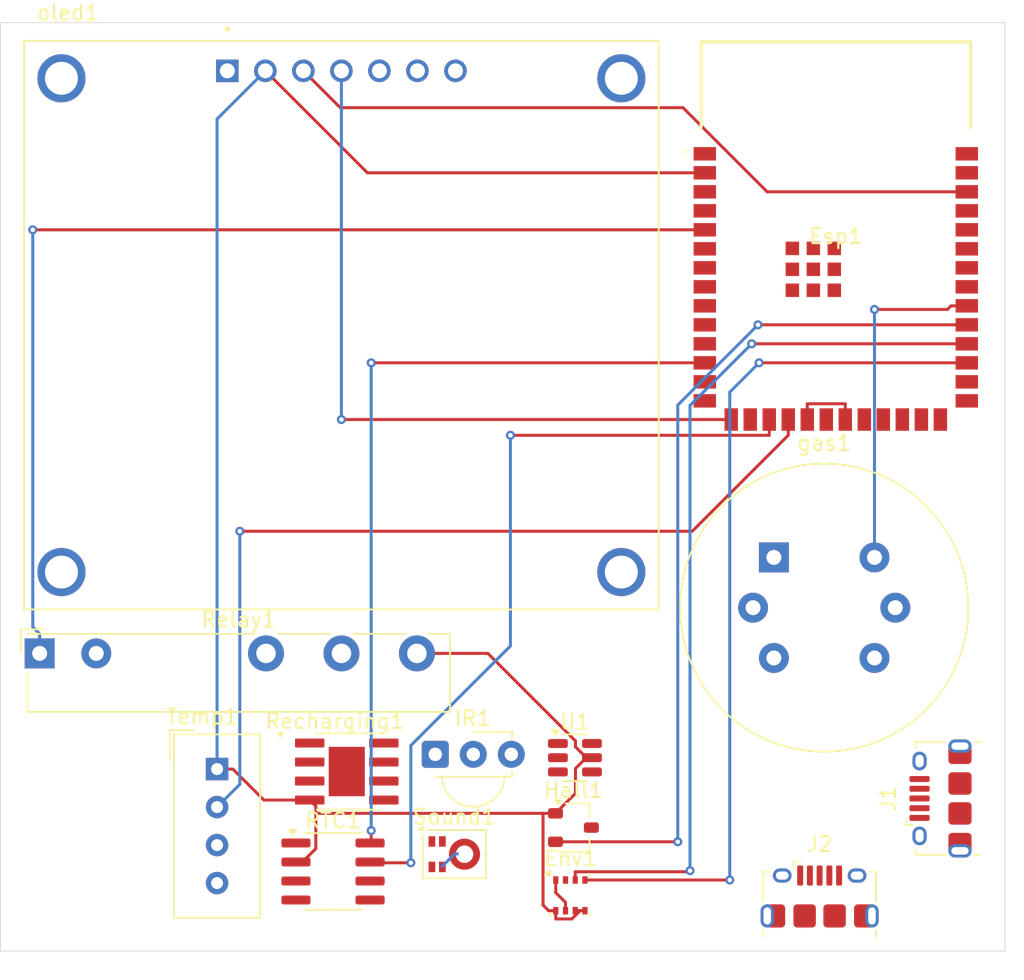
<source format=kicad_pcb>
(kicad_pcb (version 20240108) (generator "pcbnew") (generator_version "8.0")
  (layers (0 "F.Cu" signal) (31 "B.Cu" signal) (34 "B.Paste" user) (35 "F.Paste" user) (36 "B.SilkS" user "B.Silkscreen") (37 "F.SilkS" user "F.Silkscreen") (38 "B.Mask" user) (39 "F.Mask" user) (44 "Edge.Cuts" user))
  (net 0 "")
  (net 7 "/3V3")
  (net 12 "/IO34")
  (net 18 "/I038")
  (net 20 "/IO39")
  (net 23 "/IO10")
  (net 25 "/IO5")
  (net 26 "GND")
  (net 29 "/IO38")
  (net 30 "+3V8")
  (net 35 "/IO9")
  (net 39 "/IO8")
  (net 42 "/IO37")
  (net 43 "/IO36")
  (net 44 "unconnected-(Env1-GND-Pad1)")
  (net 55 "/IO11")
  (net 57 "/IO4")
  (net 64 "/IO42")
  (net 67 "/IO45")
  (net 68 "/IO2")
  (net 82 "/IO3")
  (footprint "Relay_THT:Relay_SPDT_Fujitsu_FTR-LYCA005x_FormC_Vertical" (layer "F.Cu") (at 109.825 125.255)
    (property "Reference" "Relay1" (at 13.3 -2.25 0) (layer "F.SilkS"))
    (property "Value" "Fujitsu_FTR-LYCA005x")
    (fp_line (start -1.26 -1.61) (end 0.24 -1.61) (stroke (width 0.12)) (layer "F.SilkS"))
    (fp_line (start -1.26 -0.11) (end -1.26 -1.61) (stroke (width 0.12)) (layer "F.SilkS"))
    (fp_line (start -0.81 3.91) (end -0.81 1.3) (stroke (width 0.12)) (layer "F.SilkS"))
    (fp_line (start -0.81 3.91) (end 27.41 3.91) (stroke (width 0.12)) (layer "F.SilkS"))
    (fp_line (start 14.35 -1.31) (end -0.81 -1.31) (stroke (width 0.12)) (layer "F.SilkS"))
    (fp_line (start 15.87 -1.31) (end 19.4 -1.31) (stroke (width 0.12)) (layer "F.SilkS"))
    (fp_line (start 20.94 -1.31) (end 24.42 -1.31) (stroke (width 0.12)) (layer "F.SilkS"))
    (fp_line (start 26 -1.31) (end 27.41 -1.31) (stroke (width 0.12)) (layer "F.SilkS"))
    (fp_line (start 27.41 3.91) (end 27.41 -1.31) (stroke (width 0.12)) (layer "F.SilkS"))
    (pad "11" thru_hole circle (at 20.16 0) (size 2.4 2.4) (drill 1.3) (layers "*.Cu" "*.Mask"))
    (pad "12" thru_hole circle (at 15.12 0) (size 2.4 2.4) (drill 1.3) (layers "*.Cu" "*.Mask"))
    (pad "14" thru_hole circle (at 25.2 0) (size 2.4 2.4) (drill 1.3) (layers "*.Cu" "*.Mask") (net 7 "/3V3"))
    (pad "A1" thru_hole rect (at 0 0) (size 2 2) (drill 1) (layers "*.Cu" "*.Mask") (net 25 "/IO5"))
    (pad "A2" thru_hole circle (at 3.78 0) (size 2 2) (drill 1) (layers "*.Cu" "*.Mask") (net 26 "GND"))
  )
  (footprint "ESP32-S3-WROOM-1-N16R8:ESP32S3WROOM1N8R2" (layer "F.Cu") (at 163.005 97.125)
    (property "Reference" "Esp1" (at 0 0.25 0) (layer "F.SilkS"))
    (property "Value" "ESP32-S3-WROOM-1-N16R8")
    (property "VALUE" "ESP32-S3-WROOM-1-N16R8" (hide yes))
    (fp_line (start -10.1 -5.4) (end -10.1 -5.4) (stroke (width 0.1)) (layer "F.SilkS"))
    (fp_line (start -10 -5.4) (end -10 -5.4) (stroke (width 0.1)) (layer "F.SilkS"))
    (fp_line (start -9 -12.75) (end 9 -12.75) (stroke (width 0.2)) (layer "F.SilkS"))
    (fp_line (start -9 -7) (end -9 -12.75) (stroke (width 0.2)) (layer "F.SilkS"))
    (fp_line (start 9 -12.75) (end 9 -7) (stroke (width 0.2)) (layer "F.SilkS"))
    (fp_arc (start -10.1 -5.4) (mid -10.05 -5.45) (end -10 -5.4) (stroke (width 0.1)) (layer "F.SilkS"))
    (fp_arc (start -10 -5.4) (mid -10.05 -5.35) (end -10.1 -5.4) (stroke (width 0.1)) (layer "F.SilkS"))
    (pad "1" smd rect (at -8.75 -5.26) (size 1.5 0.9) (layers "F.Cu" "F.Paste" "F.Mask"))
    (pad "2" smd rect (at -8.75 -3.99) (size 1.5 0.9) (layers "F.Cu" "F.Paste" "F.Mask") (net 7 "/3V3"))
    (pad "3" smd rect (at -8.75 -2.72) (size 1.5 0.9) (layers "F.Cu" "F.Paste" "F.Mask"))
    (pad "4" smd rect (at -8.75 -1.45) (size 1.5 0.9) (layers "F.Cu" "F.Paste" "F.Mask") (net 57 "/IO4"))
    (pad "5" smd rect (at -8.75 -0.18) (size 1.5 0.9) (layers "F.Cu" "F.Paste" "F.Mask") (net 25 "/IO5"))
    (pad "6" smd rect (at -8.75 1.09) (size 1.5 0.9) (layers "F.Cu" "F.Paste" "F.Mask"))
    (pad "7" smd rect (at -8.75 2.36) (size 1.5 0.9) (layers "F.Cu" "F.Paste" "F.Mask"))
    (pad "8" smd rect (at -8.75 3.63) (size 1.5 0.9) (layers "F.Cu" "F.Paste" "F.Mask"))
    (pad "9" smd rect (at -8.75 4.9) (size 1.5 0.9) (layers "F.Cu" "F.Paste" "F.Mask"))
    (pad "10" smd rect (at -8.75 6.17) (size 1.5 0.9) (layers "F.Cu" "F.Paste" "F.Mask"))
    (pad "11" smd rect (at -8.75 7.44) (size 1.5 0.9) (layers "F.Cu" "F.Paste" "F.Mask"))
    (pad "12" smd rect (at -8.75 8.71) (size 1.5 0.9) (layers "F.Cu" "F.Paste" "F.Mask") (net 39 "/IO8"))
    (pad "13" smd rect (at -8.75 9.98) (size 1.5 0.9) (layers "F.Cu" "F.Paste" "F.Mask"))
    (pad "14" smd rect (at -8.75 11.25) (size 1.5 0.9) (layers "F.Cu" "F.Paste" "F.Mask"))
    (pad "15" smd rect (at -6.985 12.5) (size 0.9 1.5) (layers "F.Cu" "F.Paste" "F.Mask") (net 82 "/IO3"))
    (pad "16" smd rect (at -5.715 12.5) (size 0.9 1.5) (layers "F.Cu" "F.Paste" "F.Mask"))
    (pad "17" smd rect (at -4.445 12.5) (size 0.9 1.5) (layers "F.Cu" "F.Paste" "F.Mask") (net 35 "/IO9"))
    (pad "18" smd rect (at -3.175 12.5) (size 0.9 1.5) (layers "F.Cu" "F.Paste" "F.Mask") (net 23 "/IO10"))
    (pad "19" smd rect (at -1.905 12.5) (size 0.9 1.5) (layers "F.Cu" "F.Paste" "F.Mask") (net 55 "/IO11"))
    (pad "20" smd rect (at -0.635 12.5) (size 0.9 1.5) (layers "F.Cu" "F.Paste" "F.Mask"))
    (pad "21" smd rect (at 0.635 12.5) (size 0.9 1.5) (layers "F.Cu" "F.Paste" "F.Mask") (net 55 "/IO11"))
    (pad "22" smd rect (at 1.905 12.5) (size 0.9 1.5) (layers "F.Cu" "F.Paste" "F.Mask"))
    (pad "23" smd rect (at 3.175 12.5) (size 0.9 1.5) (layers "F.Cu" "F.Paste" "F.Mask"))
    (pad "24" smd rect (at 4.445 12.5) (size 0.9 1.5) (layers "F.Cu" "F.Paste" "F.Mask"))
    (pad "25" smd rect (at 5.715 12.5) (size 0.9 1.5) (layers "F.Cu" "F.Paste" "F.Mask"))
    (pad "26" smd rect (at 6.985 12.5) (size 0.9 1.5) (layers "F.Cu" "F.Paste" "F.Mask") (net 67 "/IO45"))
    (pad "27" smd rect (at 8.75 11.25) (size 1.5 0.9) (layers "F.Cu" "F.Paste" "F.Mask"))
    (pad "28" smd rect (at 8.75 9.98) (size 1.5 0.9) (layers "F.Cu" "F.Paste" "F.Mask"))
    (pad "29" smd rect (at 8.75 8.71) (size 1.5 0.9) (layers "F.Cu" "F.Paste" "F.Mask") (net 43 "/IO36"))
    (pad "30" smd rect (at 8.75 7.44) (size 1.5 0.9) (layers "F.Cu" "F.Paste" "F.Mask") (net 42 "/IO37"))
    (pad "31" smd rect (at 8.75 6.17) (size 1.5 0.9) (layers "F.Cu" "F.Paste" "F.Mask") (net 29 "/IO38"))
    (pad "32" smd rect (at 8.75 4.9) (size 1.5 0.9) (layers "F.Cu" "F.Paste" "F.Mask") (net 20 "/IO39"))
    (pad "33" smd rect (at 8.75 3.63) (size 1.5 0.9) (layers "F.Cu" "F.Paste" "F.Mask"))
    (pad "34" smd rect (at 8.75 2.36) (size 1.5 0.9) (layers "F.Cu" "F.Paste" "F.Mask"))
    (pad "35" smd rect (at 8.75 1.09) (size 1.5 0.9) (layers "F.Cu" "F.Paste" "F.Mask") (net 64 "/IO42"))
    (pad "36" smd rect (at 8.75 -0.18) (size 1.5 0.9) (layers "F.Cu" "F.Paste" "F.Mask"))
    (pad "37" smd rect (at 8.75 -1.45) (size 1.5 0.9) (layers "F.Cu" "F.Paste" "F.Mask"))
    (pad "38" smd rect (at 8.75 -2.72) (size 1.5 0.9) (layers "F.Cu" "F.Paste" "F.Mask") (net 68 "/IO2"))
    (pad "39" smd rect (at 8.75 -3.99) (size 1.5 0.9) (layers "F.Cu" "F.Paste" "F.Mask"))
    (pad "40" smd rect (at 8.75 -5.26) (size 1.5 0.9) (layers "F.Cu" "F.Paste" "F.Mask"))
    (pad "41" smd rect (at -1.5 2.46) (size 0.9 0.9) (layers "F.Cu" "F.Paste" "F.Mask"))
    (pad "42" smd rect (at -1.5 1.06) (size 0.9 0.9) (layers "F.Cu" "F.Paste" "F.Mask"))
    (pad "43" smd rect (at -2.9 1.06) (size 0.9 0.9) (layers "F.Cu" "F.Paste" "F.Mask"))
    (pad "44" smd rect (at -2.9 2.46) (size 0.9 0.9) (layers "F.Cu" "F.Paste" "F.Mask"))
    (pad "45" smd rect (at -2.9 3.86) (size 0.9 0.9) (layers "F.Cu" "F.Paste" "F.Mask"))
    (pad "46" smd rect (at -1.5 3.86) (size 0.9 0.9) (layers "F.Cu" "F.Paste" "F.Mask"))
    (pad "47" smd rect (at -0.1 3.86) (size 0.9 0.9) (layers "F.Cu" "F.Paste" "F.Mask"))
    (pad "48" smd rect (at -0.1 2.46) (size 0.9 0.9) (layers "F.Cu" "F.Paste" "F.Mask"))
    (pad "49" smd rect (at -0.1 1.06) (size 0.9 0.9) (layers "F.Cu" "F.Paste" "F.Mask"))
  )
  (footprint "Package_LGA:Bosch_LGA-8_2.5x2.5mm_P0.65mm_ClockwisePinNumbering" (layer "F.Cu") (at 145.275 141.425)
    (property "Reference" "Env1" (at 0.015 -2.465 0) (layer "F.SilkS"))
    (property "Value" "BME280")
    (fp_line (start -1.35 1.35) (end -1.35 1.2) (stroke (width 0.1)) (layer "F.SilkS"))
    (fp_line (start -1.35 1.36) (end -1.2 1.36) (stroke (width 0.1)) (layer "F.SilkS"))
    (fp_line (start 1.2 -1.35) (end 1.35 -1.35) (stroke (width 0.1)) (layer "F.SilkS"))
    (fp_line (start 1.35 -1.35) (end 1.35 -1.2) (stroke (width 0.1)) (layer "F.SilkS"))
    (fp_line (start 1.35 1.35) (end 1.2 1.35) (stroke (width 0.1)) (layer "F.SilkS"))
    (fp_line (start 1.35 1.35) (end 1.35 1.2) (stroke (width 0.1)) (layer "F.SilkS"))
    (fp_poly (pts (xy -1.35 -1.35) (xy -1.71 -1.35) (xy -1.35 -1.71) (xy -1.35 -1.35)) (stroke (width 0.12)) (fill solid) (layer "F.SilkS"))
    (pad "1" smd rect (at -0.975 -1.025 90) (size 0.5 0.35) (layers "F.Cu" "F.Paste" "F.Mask") (net 44 "unconnected-(Env1-GND-Pad1)"))
    (pad "2" smd rect (at -0.325 -1.025 90) (size 0.5 0.35) (layers "F.Cu" "F.Paste" "F.Mask"))
    (pad "3" smd rect (at 0.325 -1.025 90) (size 0.5 0.35) (layers "F.Cu" "F.Paste" "F.Mask") (net 42 "/IO37"))
    (pad "4" smd rect (at 0.975 -1.025 90) (size 0.5 0.35) (layers "F.Cu" "F.Paste" "F.Mask") (net 43 "/IO36"))
    (pad "5" smd rect (at 0.975 1.025 90) (size 0.5 0.35) (layers "F.Cu" "F.Paste" "F.Mask") (net 7 "/3V3"))
    (pad "6" smd rect (at 0.325 1.025 90) (size 0.5 0.35) (layers "F.Cu" "F.Paste" "F.Mask") (net 7 "/3V3"))
    (pad "7" smd rect (at -0.325 1.025 90) (size 0.5 0.35) (layers "F.Cu" "F.Paste" "F.Mask") (net 44 "unconnected-(Env1-GND-Pad1)"))
    (pad "8" smd rect (at -0.975 1.025 90) (size 0.5 0.35) (layers "F.Cu" "F.Paste" "F.Mask") (net 7 "/3V3"))
  )
  (footprint "Sensor_Audio:Infineon_PG-LLGA-5-1" (layer "F.Cu") (at 137.525 138.675)
    (property "Reference" "Sound1" (at 0 -2.5 0) (layer "F.SilkS"))
    (property "Value" "IM69D130")
    (fp_line (start -2.11 1.61) (end -2.11 -1.31) (stroke (width 0.12)) (layer "F.SilkS"))
    (fp_line (start -1.81 -1.61) (end 2.11 -1.61) (stroke (width 0.12)) (layer "F.SilkS"))
    (fp_line (start 2.11 -1.61) (end 2.11 1.61) (stroke (width 0.12)) (layer "F.SilkS"))
    (fp_line (start 2.11 1.61) (end -2.11 1.61) (stroke (width 0.12)) (layer "F.SilkS"))
    (fp_poly (pts (xy -2.11 -1.61) (xy -2.39 -1.61) (xy -2.11 -1.89) (xy -2.11 -1.61)) (stroke (width 0.12)) (fill solid) (layer "F.SilkS"))
    (pad "" np_thru_hole circle (at 0.68 0) (size 0.8 0.8) (drill 0.8) (layers "*.Cu" "*.Mask"))
    (pad "1" smd rect (at -1.5 -0.85) (size 0.45 0.7) (layers "F.Cu" "F.Mask") (net 12 "/IO34"))
    (pad "2" smd rect (at -0.8 -0.85) (size 0.45 0.7) (layers "F.Cu" "F.Mask"))
    (pad "3" smd rect (at -1.5 0.85) (size 0.45 0.7) (layers "F.Cu" "F.Mask"))
    (pad "4" smd rect (at -0.8 0.85) (size 0.45 0.7) (layers "F.Cu" "F.Mask"))
    (pad "5" smd custom (at 0.68 -0.81) (size 0.4 0.4) (layers "F.Cu" "F.Mask") (options (clearance outline) (anchor circle)) (primitives (gr_circle (center 0 0.81) (end 0.81 0.81) (width 0.46) (fill no))))
  )
  (footprint "Package_TO_SOT_SMD:SOT-23W" (layer "F.Cu") (at 145.48 136.895)
    (property "Reference" "Hall1" (at 0 -2.5 0) (layer "F.SilkS"))
    (property "Value" "A1301KLHLT-T")
    (fp_line (start -1.075 1.61) (end 1.075 1.61) (stroke (width 0.12)) (layer "F.SilkS"))
    (fp_line (start -0.525 -1.61) (end 1.075 -1.61) (stroke (width 0.12)) (layer "F.SilkS"))
    (fp_line (start 1.075 -1.61) (end 1.075 -0.7) (stroke (width 0.12)) (layer "F.SilkS"))
    (fp_line (start 1.075 0.7) (end 1.075 1.61) (stroke (width 0.12)) (layer "F.SilkS"))
    (fp_poly (pts (xy -1.025 -1.56) (xy -1.265 -1.89) (xy -0.785 -1.89) (xy -1.025 -1.56)) (stroke (width 0.12)) (fill solid) (layer "F.SilkS"))
    (pad "1" smd roundrect (at -1.2 -0.95) (size 1 0.7) (layers "F.Cu" "F.Paste" "F.Mask") (net 7 "/3V3"))
    (pad "2" smd roundrect (at -1.2 0.95) (size 1 0.7) (layers "F.Cu" "F.Paste" "F.Mask") (net 29 "/IO38"))
    (pad "3" smd roundrect (at 1.2 0) (size 1 0.7) (layers "F.Cu" "F.Paste" "F.Mask"))
  )
  (footprint "AOM12864A0-1.54WW-ANO:LCD_AOM12864A0-1.54WW-ANO" (layer "F.Cu") (at 129.98 103.319)
    (property "Reference" "oled1" (at -18.275 -20.885 0) (layer "F.SilkS"))
    (property "Value" "AOM12864A0-1.54WW-ANO")
    (fp_line (start -21.2 -19) (end 21.2 -19) (stroke (width 0.127)) (layer "F.SilkS"))
    (fp_line (start -21.2 19) (end -21.2 -19) (stroke (width 0.127)) (layer "F.SilkS"))
    (fp_line (start 21.2 -19) (end 21.2 19) (stroke (width 0.127)) (layer "F.SilkS"))
    (fp_line (start 21.2 19) (end -21.2 19) (stroke (width 0.127)) (layer "F.SilkS"))
    (fp_circle (center -7.62 -19.794) (end -7.52 -19.794) (stroke (width 0.2)) (fill none) (layer "F.SilkS"))
    (pad "1" thru_hole rect (at -7.62 -17) (size 1.508 1.508) (drill 1) (layers "*.Cu" "*.Mask"))
    (pad "2" thru_hole circle (at -5.08 -17) (size 1.508 1.508) (drill 1) (layers "*.Cu" "*.Mask") (net 7 "/3V3"))
    (pad "3" thru_hole circle (at -2.54 -17) (size 1.508 1.508) (drill 1) (layers "*.Cu" "*.Mask") (net 68 "/IO2"))
    (pad "4" thru_hole circle (at 0 -17) (size 1.508 1.508) (drill 1) (layers "*.Cu" "*.Mask") (net 82 "/IO3"))
    (pad "5" thru_hole circle (at 2.54 -17) (size 1.508 1.508) (drill 1) (layers "*.Cu" "*.Mask"))
    (pad "6" thru_hole circle (at 5.08 -17) (size 1.508 1.508) (drill 1) (layers "*.Cu" "*.Mask"))
    (pad "7" thru_hole circle (at 7.62 -17) (size 1.508 1.508) (drill 1) (layers "*.Cu" "*.Mask"))
    (pad "P1" thru_hole circle (at -18.7 -16.5) (size 3.216 3.216) (drill 2.2) (layers "*.Cu" "*.Mask"))
    (pad "P2" thru_hole circle (at 18.7 -16.5) (size 3.216 3.216) (drill 2.2) (layers "*.Cu" "*.Mask"))
    (pad "P3" thru_hole circle (at -18.7 16.5) (size 3.216 3.216) (drill 2.2) (layers "*.Cu" "*.Mask"))
    (pad "P4" thru_hole circle (at 18.7 16.5) (size 3.216 3.216) (drill 2.2) (layers "*.Cu" "*.Mask"))
  )
  (footprint "Package_TO_SOT_SMD:SOT-23-6" (layer "F.Cu") (at 145.58 132.225)
    (property "Reference" "U1" (at 0 -2.4 0) (layer "F.SilkS"))
    (property "Value" "TLV61070ADBV")
    (fp_line (start 0 -1.56) (end -0.8 -1.56) (stroke (width 0.12)) (layer "F.SilkS"))
    (fp_line (start 0 -1.56) (end 0.8 -1.56) (stroke (width 0.12)) (layer "F.SilkS"))
    (fp_line (start 0 1.56) (end -0.8 1.56) (stroke (width 0.12)) (layer "F.SilkS"))
    (fp_line (start 0 1.56) (end 0.8 1.56) (stroke (width 0.12)) (layer "F.SilkS"))
    (fp_poly (pts (xy -1.3 -1.51) (xy -1.54 -1.84) (xy -1.06 -1.84) (xy -1.3 -1.51)) (stroke (width 0.12)) (fill solid) (layer "F.SilkS"))
    (pad "1" smd roundrect (at -1.1375 -0.95) (size 1.325 0.6) (layers "F.Cu" "F.Paste" "F.Mask"))
    (pad "2" smd roundrect (at -1.1375 0) (size 1.325 0.6) (layers "F.Cu" "F.Paste" "F.Mask"))
    (pad "3" smd roundrect (at -1.1375 0.95) (size 1.325 0.6) (layers "F.Cu" "F.Paste" "F.Mask"))
    (pad "4" smd roundrect (at 1.1375 0.95) (size 1.325 0.6) (layers "F.Cu" "F.Paste" "F.Mask"))
    (pad "5" smd roundrect (at 1.1375 0) (size 1.325 0.6) (layers "F.Cu" "F.Paste" "F.Mask") (net 7 "/3V3"))
    (pad "6" smd roundrect (at 1.1375 -0.95) (size 1.325 0.6) (layers "F.Cu" "F.Paste" "F.Mask") (net 30 "+3V8"))
  )
  (footprint "Package_SO:SOIC-8_3.9x4.9mm_P1.27mm" (layer "F.Cu") (at 129.42 139.83)
    (property "Reference" "RTC1" (at 0 -3.4 0) (layer "F.SilkS"))
    (property "Value" "DS3231MZ")
    (fp_line (start 0 -2.56) (end -1.95 -2.56) (stroke (width 0.12)) (layer "F.SilkS"))
    (fp_line (start 0 -2.56) (end 1.95 -2.56) (stroke (width 0.12)) (layer "F.SilkS"))
    (fp_line (start 0 2.56) (end -1.95 2.56) (stroke (width 0.12)) (layer "F.SilkS"))
    (fp_line (start 0 2.56) (end 1.95 2.56) (stroke (width 0.12)) (layer "F.SilkS"))
    (fp_poly (pts (xy -2.7 -2.465) (xy -2.94 -2.795) (xy -2.46 -2.795) (xy -2.7 -2.465)) (stroke (width 0.12)) (fill solid) (layer "F.SilkS"))
    (pad "1" smd roundrect (at -2.475 -1.905) (size 1.95 0.6) (layers "F.Cu" "F.Paste" "F.Mask"))
    (pad "2" smd roundrect (at -2.475 -0.635) (size 1.95 0.6) (layers "F.Cu" "F.Paste" "F.Mask") (net 7 "/3V3"))
    (pad "3" smd roundrect (at -2.475 0.635) (size 1.95 0.6) (layers "F.Cu" "F.Paste" "F.Mask"))
    (pad "4" smd roundrect (at -2.475 1.905) (size 1.95 0.6) (layers "F.Cu" "F.Paste" "F.Mask"))
    (pad "5" smd roundrect (at 2.475 1.905) (size 1.95 0.6) (layers "F.Cu" "F.Paste" "F.Mask"))
    (pad "6" smd roundrect (at 2.475 0.635) (size 1.95 0.6) (layers "F.Cu" "F.Paste" "F.Mask"))
    (pad "7" smd roundrect (at 2.475 -0.635) (size 1.95 0.6) (layers "F.Cu" "F.Paste" "F.Mask") (net 35 "/IO9"))
    (pad "8" smd roundrect (at 2.475 -1.905) (size 1.95 0.6) (layers "F.Cu" "F.Paste" "F.Mask") (net 39 "/IO8"))
  )
  (footprint "Connector_USB:USB_Micro-B_Amphenol_10118194_Horizontal" (layer "F.Cu") (at 170 134.95 90)
    (property "Reference" "J1" (at 0 -3.5 90) (layer "F.SilkS"))
    (property "Value" "USB_B_Micro")
    (fp_line (start -1.31 -2.34) (end -1.76 -2.34) (stroke (width 0.12)) (layer "F.SilkS"))
    (fp_line (start -1.76 -1.89) (end -1.76 -2.34) (stroke (width 0.12)) (layer "F.SilkS"))
    (fp_line (start 3.76 -1.66) (end 3.34 -1.66) (stroke (width 0.12)) (layer "F.SilkS"))
    (fp_line (start -3.76 -1.66) (end -3.34 -1.66) (stroke (width 0.12)) (layer "F.SilkS"))
    (fp_line (start 3.76 0.32) (end 3.76 -1.66) (stroke (width 0.12)) (layer "F.SilkS"))
    (fp_line (start -3.76 0.32) (end -3.76 -1.66) (stroke (width 0.12)) (layer "F.SilkS"))
    (fp_line (start 3.76 2.29) (end 3.76 2.69) (stroke (width 0.12)) (layer "F.SilkS"))
    (fp_line (start -3.76 2.69) (end -3.76 2.29) (stroke (width 0.12)) (layer "F.SilkS"))
    (pad "1" smd roundrect (at -1.3 -1.4 90) (size 0.4 1.35) (layers "F.Cu" "F.Paste" "F.Mask"))
    (pad "2" smd roundrect (at -0.65 -1.4 90) (size 0.4 1.35) (layers "F.Cu" "F.Paste" "F.Mask"))
    (pad "3" smd roundrect (at 0 -1.4 90) (size 0.4 1.35) (layers "F.Cu" "F.Paste" "F.Mask"))
    (pad "4" smd roundrect (at 0.65 -1.4 90) (size 0.4 1.35) (layers "F.Cu" "F.Paste" "F.Mask"))
    (pad "5" smd roundrect (at 1.3 -1.4 90) (size 0.4 1.35) (layers "F.Cu" "F.Paste" "F.Mask"))
    (pad "6" thru_hole oval (at -3.5 1.3 90) (size 0.89 1.55) (drill oval 0.5 1.15) (layers "*.Cu" "*.Mask"))
    (pad "6" smd roundrect (at -3.025 1.3 90) (size 1.45 1.55) (layers "F.Cu" "F.Paste" "F.Mask") (roundrect_rratio 0.1724137931))
    (pad "6" thru_hole oval (at -2.5 -1.4 90) (size 1.25 0.95) (drill oval 0.85 0.55) (layers "*.Cu" "*.Mask"))
    (pad "6" smd roundrect (at -1 1.3 90) (size 1.5 1.55) (layers "F.Cu" "F.Paste" "F.Mask") (roundrect_rratio 0.1666666667))
    (pad "6" smd roundrect (at 1 1.3 90) (size 1.5 1.55) (layers "F.Cu" "F.Paste" "F.Mask") (roundrect_rratio 0.1666666667))
    (pad "6" thru_hole oval (at 2.5 -1.4 90) (size 1.25 0.95) (drill oval 0.85 0.55) (layers "*.Cu" "*.Mask"))
    (pad "6" smd roundrect (at 3.025 1.3 90) (size 1.45 1.55) (layers "F.Cu" "F.Paste" "F.Mask") (roundrect_rratio 0.1724137931))
    (pad "6" thru_hole oval (at 3.5 1.3 90) (size 0.89 1.55) (drill oval 0.5 1.15) (layers "*.Cu" "*.Mask"))
  )
  (footprint "Sensor:MQ-6" (layer "F.Cu") (at 158.87 118.84)
    (property "Reference" "gas1" (at 3.36 -7.64 0) (layer "F.SilkS"))
    (property "Value" "MQ-6")
    (fp_circle (center 3.36 3.36) (end 12.985 3.36) (stroke (width 0.12)) (fill none) (layer "F.SilkS"))
    (pad "1" thru_hole rect (at 0 0) (size 2 2) (drill 1) (layers "*.Cu" "*.Mask"))
    (pad "2" thru_hole circle (at -1.39 3.36) (size 2 2) (drill 1) (layers "*.Cu" "*.Mask"))
    (pad "3" thru_hole circle (at 0 6.72 90) (size 2 2) (drill 1) (layers "*.Cu" "*.Mask"))
    (pad "4" thru_hole circle (at 6.72 6.72 180) (size 2 2) (drill 1) (layers "*.Cu" "*.Mask") (net 18 "/I038"))
    (pad "5" thru_hole circle (at 8.11 3.36) (size 2 2) (drill 1) (layers "*.Cu" "*.Mask"))
    (pad "6" thru_hole circle (at 6.72 0 270) (size 2 2) (drill 1) (layers "*.Cu" "*.Mask") (net 20 "/IO39"))
  )
  (footprint "TP4056:SOP127P600X175-9N" (layer "F.Cu") (at 130.34 133.15)
    (property "Reference" "Recharging1" (at -0.795 -3.362 0) (layer "F.SilkS"))
    (property "Value" "TP4056")
    (fp_line (start -2 -2.55) (end 2 -2.55) (stroke (width 0.127)) (layer "F.SilkS"))
    (fp_line (start -2 2.55) (end 2 2.55) (stroke (width 0.127)) (layer "F.SilkS"))
    (fp_circle (center -4.445 -2.505) (end -4.345 -2.505) (stroke (width 0.2)) (fill none) (layer "F.SilkS"))
    (pad "1" smd roundrect (at -2.475 -1.905) (size 1.97 0.6) (layers "F.Cu" "F.Paste" "F.Mask") (roundrect_rratio 0.125))
    (pad "2" smd roundrect (at -2.475 -0.635) (size 1.97 0.6) (layers "F.Cu" "F.Paste" "F.Mask") (roundrect_rratio 0.125))
    (pad "3" smd roundrect (at -2.475 0.635) (size 1.97 0.6) (layers "F.Cu" "F.Paste" "F.Mask") (roundrect_rratio 0.125))
    (pad "4" smd roundrect (at -2.475 1.905) (size 1.97 0.6) (layers "F.Cu" "F.Paste" "F.Mask") (roundrect_rratio 0.125) (net 7 "/3V3"))
    (pad "5" smd roundrect (at 2.475 1.905) (size 1.97 0.6) (layers "F.Cu" "F.Paste" "F.Mask") (roundrect_rratio 0.125))
    (pad "6" smd roundrect (at 2.475 0.635) (size 1.97 0.6) (layers "F.Cu" "F.Paste" "F.Mask") (roundrect_rratio 0.125))
    (pad "7" smd roundrect (at 2.475 -0.635) (size 1.97 0.6) (layers "F.Cu" "F.Paste" "F.Mask") (roundrect_rratio 0.125))
    (pad "8" smd roundrect (at 2.475 -1.905) (size 1.97 0.6) (layers "F.Cu" "F.Paste" "F.Mask") (roundrect_rratio 0.125))
    (pad "9" smd rect (at 0 0) (size 2.413 3.302) (layers "F.Cu" "F.Mask"))
  )
  (footprint "Connector_USB:USB_Micro-B_Amphenol_10118194_Horizontal" (layer "F.Cu") (at 161.925 141.5)
    (property "Reference" "J2" (at 0 -3.5 0) (layer "F.SilkS"))
    (property "Value" "USB_B_Micro")
    (fp_line (start -3.76 -1.66) (end -3.34 -1.66) (stroke (width 0.12)) (layer "F.SilkS"))
    (fp_line (start -3.76 0.32) (end -3.76 -1.66) (stroke (width 0.12)) (layer "F.SilkS"))
    (fp_line (start -3.76 2.69) (end -3.76 2.29) (stroke (width 0.12)) (layer "F.SilkS"))
    (fp_line (start -1.76 -1.89) (end -1.76 -2.34) (stroke (width 0.12)) (layer "F.SilkS"))
    (fp_line (start -1.31 -2.34) (end -1.76 -2.34) (stroke (width 0.12)) (layer "F.SilkS"))
    (fp_line (start 3.76 -1.66) (end 3.34 -1.66) (stroke (width 0.12)) (layer "F.SilkS"))
    (fp_line (start 3.76 0.32) (end 3.76 -1.66) (stroke (width 0.12)) (layer "F.SilkS"))
    (fp_line (start 3.76 2.29) (end 3.76 2.69) (stroke (width 0.12)) (layer "F.SilkS"))
    (pad "1" smd roundrect (at -1.3 -1.4) (size 0.4 1.35) (layers "F.Cu" "F.Paste" "F.Mask"))
    (pad "2" smd roundrect (at -0.65 -1.4) (size 0.4 1.35) (layers "F.Cu" "F.Paste" "F.Mask"))
    (pad "3" smd roundrect (at 0 -1.4) (size 0.4 1.35) (layers "F.Cu" "F.Paste" "F.Mask"))
    (pad "4" smd roundrect (at 0.65 -1.4) (size 0.4 1.35) (layers "F.Cu" "F.Paste" "F.Mask"))
    (pad "5" smd roundrect (at 1.3 -1.4) (size 0.4 1.35) (layers "F.Cu" "F.Paste" "F.Mask"))
    (pad "6" thru_hole oval (at -3.5 1.3) (size 0.89 1.55) (drill oval 0.5 1.15) (layers "*.Cu" "*.Mask"))
    (pad "6" smd roundrect (at -3.025 1.3) (size 1.45 1.55) (layers "F.Cu" "F.Paste" "F.Mask") (roundrect_rratio 0.1724137931))
    (pad "6" thru_hole oval (at -2.5 -1.4) (size 1.25 0.95) (drill oval 0.85 0.55) (layers "*.Cu" "*.Mask"))
    (pad "6" smd roundrect (at -1 1.3) (size 1.5 1.55) (layers "F.Cu" "F.Paste" "F.Mask") (roundrect_rratio 0.1666666667))
    (pad "6" smd roundrect (at 1 1.3) (size 1.5 1.55) (layers "F.Cu" "F.Paste" "F.Mask") (roundrect_rratio 0.1666666667))
    (pad "6" thru_hole oval (at 2.5 -1.4) (size 1.25 0.95) (drill oval 0.85 0.55) (layers "*.Cu" "*.Mask"))
    (pad "6" smd roundrect (at 3.025 1.3) (size 1.45 1.55) (layers "F.Cu" "F.Paste" "F.Mask") (roundrect_rratio 0.1724137931))
    (pad "6" thru_hole oval (at 3.5 1.3) (size 0.89 1.55) (drill oval 0.5 1.15) (layers "*.Cu" "*.Mask"))
  )
  (footprint "OptoDevice:Vishay_MINICAST-3Pin" (layer "F.Cu") (at 136.25 132)
    (property "Reference" "IR1" (at 2.5 -2.4 180) (layer "F.SilkS"))
    (property "Value" "TSSP58038")
    (fp_line (start 5.14 -1.51) (end 2.54 -1.51) (stroke (width 0.12)) (layer "F.SilkS"))
    (fp_line (start 5.14 -1.16) (end 5.14 -1.51) (stroke (width 0.12)) (layer "F.SilkS"))
    (fp_line (start 5.14 1.16) (end 5.14 1.5) (stroke (width 0.12)) (layer "F.SilkS"))
    (fp_line (start 5.14 1.5) (end 0.05 1.5) (stroke (width 0.12)) (layer "F.SilkS"))
    (fp_arc (start 4.64 1.5) (mid 2.540869 3.502379) (end 0.440083 1.501736) (stroke (width 0.12)) (layer "F.SilkS"))
    (pad "1" thru_hole roundrect (at 0 0) (size 1.8 1.8) (drill 0.9) (layers "*.Cu" "*.Mask") (roundrect_rratio 0.139))
    (pad "2" thru_hole circle (at 2.54 0) (size 1.8 1.8) (drill 0.9) (layers "*.Cu" "*.Mask"))
    (pad "3" thru_hole circle (at 5.08 0) (size 1.8 1.8) (drill 0.9) (layers "*.Cu" "*.Mask"))
  )
  (footprint "Sensor:Aosong_DHT11_5.5x12.0_P2.54mm" (layer "F.Cu") (at 121.675 132.985)
    (property "Reference" "Temp1" (at -1 -3.5 0) (layer "F.SilkS"))
    (property "Value" "DHT11")
    (fp_line (start -3.16 -2.6) (end -3.16 -0.6) (stroke (width 0.12)) (layer "F.SilkS"))
    (fp_line (start -3.16 -2.6) (end -1.55 -2.6) (stroke (width 0.12)) (layer "F.SilkS"))
    (fp_line (start -2.88 9.94) (end -2.88 -2.31) (stroke (width 0.12)) (layer "F.SilkS"))
    (fp_line (start -2.87 -2.32) (end 2.87 -2.32) (stroke (width 0.12)) (layer "F.SilkS"))
    (fp_line (start 2.88 -2.32) (end 2.88 9.94) (stroke (width 0.12)) (layer "F.SilkS"))
    (fp_line (start 2.88 9.94) (end -2.88 9.94) (stroke (width 0.12)) (layer "F.SilkS"))
    (pad "1" thru_hole rect (at 0 0) (size 1.5 1.5) (drill 0.8) (layers "*.Cu" "*.Mask") (net 7 "/3V3"))
    (pad "2" thru_hole circle (at 0 2.54) (size 1.5 1.5) (drill 0.8) (layers "*.Cu" "*.Mask") (net 23 "/IO10"))
    (pad "3" thru_hole circle (at 0 5.08) (size 1.5 1.5) (drill 0.8) (layers "*.Cu" "*.Mask"))
    (pad "4" thru_hole circle (at 0 7.62) (size 1.5 1.5) (drill 0.8) (layers "*.Cu" "*.Mask"))
  )
  (gr_rect (start 107.2 83.1) (end 174.3 145.15) (stroke (width 0.05)) (fill none) (layer "Edge.Cuts"))
  (segment (start 137.55 138.65) (end 136.7 139.5) (width 0.2) (layer "B.Cu") (net 0))
  (segment (start 138.25 138.65) (end 137.55 138.65) (width 0.2) (layer "B.Cu") (net 0))
  (segment (start 145.616 134.609) (end 144.28 135.945) (width 0.2) (layer "F.Cu") (net 7))
  (segment (start 127.865 135.055) (end 124.797 135.055) (width 0.2) (layer "F.Cu") (net 7))
  (segment (start 145.616 132.95) (end 145.616 134.609) (width 0.2) (layer "F.Cu") (net 7))
  (segment (start 143.451 135.945) (end 128.271 135.945) (width 0.2) (layer "F.Cu") (net 7))
  (segment (start 127.865 135.055) (end 128.271 135.461) (width 0.2) (layer "F.Cu") (net 7))
  (segment (start 128.271 135.461) (end 128.271 135.945) (width 0.2) (layer "F.Cu") (net 7))
  (segment (start 146.342 132.225) (end 145.616 132.95) (width 0.2) (layer "F.Cu") (net 7))
  (segment (start 144.3 143.002) (end 145.373 143.002) (width 0.2) (layer "F.Cu") (net 7))
  (segment (start 145.616 131.105) (end 145.616 131.5) (width 0.2) (layer "F.Cu") (net 7))
  (segment (start 145.616 131.5) (end 146.342 132.225) (width 0.2) (layer "F.Cu") (net 7))
  (segment (start 145.373 143.002) (end 145.925 142.45) (width 0.2) (layer "F.Cu") (net 7))
  (segment (start 135.025 125.255) (end 139.766 125.255) (width 0.2) (layer "F.Cu") (net 7))
  (segment (start 144.3 142.45) (end 144.3 143.002) (width 0.2) (layer "F.Cu") (net 7))
  (segment (start 122.727 132.985) (end 121.675 132.985) (width 0.2) (layer "F.Cu") (net 7))
  (segment (start 139.766 125.255) (end 145.616 131.105) (width 0.2) (layer "F.Cu") (net 7))
  (segment (start 144.28 135.945) (end 143.451 135.945) (width 0.2) (layer "F.Cu") (net 7))
  (segment (start 124.797 135.055) (end 122.727 132.985) (width 0.2) (layer "F.Cu") (net 7))
  (segment (start 145.6 142.45) (end 145.925 142.45) (width 0.2) (layer "F.Cu") (net 7))
  (segment (start 143.823 142.45) (end 144.3 142.45) (width 0.2) (layer "F.Cu") (net 7))
  (segment (start 131.716 93.135) (end 124.9 86.319) (width 0.2) (layer "F.Cu") (net 7))
  (segment (start 154.255 93.135) (end 131.716 93.135) (width 0.2) (layer "F.Cu") (net 7))
  (segment (start 128.271 138.301) (end 127.378 139.195) (width 0.2) (layer "F.Cu") (net 7))
  (segment (start 145.925 142.45) (end 146.25 142.45) (width 0.2) (layer "F.Cu") (net 7))
  (segment (start 127.378 139.195) (end 126.945 139.195) (width 0.2) (layer "F.Cu") (net 7))
  (segment (start 146.342 132.225) (end 146.7175 132.225) (width 0.2) (layer "F.Cu") (net 7))
  (segment (start 143.451 142.078) (end 143.823 142.45) (width 0.2) (layer "F.Cu") (net 7))
  (segment (start 143.451 135.945) (end 143.451 142.078) (width 0.2) (layer "F.Cu") (net 7))
  (segment (start 128.271 135.945) (end 128.271 138.301) (width 0.2) (layer "F.Cu") (net 7))
  (segment (start 146.7175 132.225) (end 146.718 132.225) (width 0.2) (layer "F.Cu") (net 7))
  (segment (start 121.675 89.544) (end 121.675 132.985) (width 0.2) (layer "B.Cu") (net 7))
  (segment (start 124.9 86.319) (end 121.675 89.544) (width 0.2) (layer "B.Cu") (net 7))
  (segment (start 170.461 102.268) (end 165.59 102.268) (width 0.2) (layer "F.Cu") (net 20))
  (segment (start 170.703 102.025) (end 170.461 102.268) (width 0.2) (layer "F.Cu") (net 20))
  (segment (start 171.755 102.025) (end 170.703 102.025) (width 0.2) (layer "F.Cu") (net 20))
  (via (at 165.59 102.268) (size 0.6) (drill 0.3) (layers "F.Cu" "B.Cu") (net 20))
  (segment (start 165.59 118.84) (end 165.59 102.268) (width 0.2) (layer "B.Cu") (net 20))
  (segment (start 153.418 117.089) (end 123.194 117.089) (width 0.2) (layer "F.Cu") (net 23))
  (segment (start 159.83 110.677) (end 153.418 117.089) (width 0.2) (layer "F.Cu") (net 23))
  (segment (start 159.83 109.625) (end 159.83 110.677) (width 0.2) (layer "F.Cu") (net 23))
  (via (at 123.194 117.089) (size 0.6) (drill 0.3) (layers "F.Cu" "B.Cu") (net 23))
  (segment (start 121.675 135.525) (end 123.194 134.006) (width 0.2) (layer "B.Cu") (net 23))
  (segment (start 123.194 134.006) (end 123.194 117.089) (width 0.2) (layer "B.Cu") (net 23))
  (segment (start 154.255 96.945) (end 109.364 96.945) (width 0.2) (layer "F.Cu") (net 25))
  (via (at 109.364 96.945) (size 0.6) (drill 0.3) (layers "F.Cu" "B.Cu") (net 25))
  (segment (start 109.825 123.953) (end 109.364 123.493) (width 0.2) (layer "B.Cu") (net 25))
  (segment (start 109.364 123.493) (end 109.364 96.945) (width 0.2) (layer "B.Cu") (net 25))
  (segment (start 109.825 125.255) (end 109.825 123.953) (width 0.2) (layer "B.Cu") (net 25))
  (segment (start 144.28 137.845) (end 152.449 137.845) (width 0.2) (layer "F.Cu") (net 29))
  (segment (start 171.755 103.295) (end 157.808 103.295) (width 0.2) (layer "F.Cu") (net 29))
  (via (at 152.449 137.845) (size 0.6) (drill 0.3) (layers "F.Cu" "B.Cu") (net 29))
  (via (at 157.808 103.295) (size 0.6) (drill 0.3) (layers "F.Cu" "B.Cu") (net 29))
  (segment (start 152.449 108.654) (end 152.449 137.845) (width 0.2) (layer "B.Cu") (net 29))
  (segment (start 157.808 103.295) (end 152.449 108.654) (width 0.2) (layer "B.Cu") (net 29))
  (segment (start 158.56 110.677) (end 141.272 110.677) (width 0.2) (layer "F.Cu") (net 35))
  (segment (start 134.618 139.248) (end 131.948 139.248) (width 0.2) (layer "F.Cu") (net 35))
  (segment (start 131.948 139.248) (end 131.895 139.195) (width 0.2) (layer "F.Cu") (net 35))
  (segment (start 158.56 109.625) (end 158.56 110.677) (width 0.2) (layer "F.Cu") (net 35))
  (via (at 134.618 139.248) (size 0.6) (drill 0.3) (layers "F.Cu" "B.Cu") (net 35))
  (via (at 141.272 110.677) (size 0.6) (drill 0.3) (layers "F.Cu" "B.Cu") (net 35))
  (segment (start 141.272 124.76) (end 141.272 110.677) (width 0.2) (layer "B.Cu") (net 35))
  (segment (start 134.618 131.414) (end 141.272 124.76) (width 0.2) (layer "B.Cu") (net 35))
  (segment (start 134.618 139.248) (end 134.618 131.414) (width 0.2) (layer "B.Cu") (net 35))
  (segment (start 131.895 137.925) (end 131.972 137.848) (width 0.2) (layer "F.Cu") (net 39))
  (segment (start 131.972 137.848) (end 131.972 137.098) (width 0.2) (layer "F.Cu") (net 39))
  (segment (start 154.255 105.835) (end 131.972 105.835) (width 0.2) (layer "F.Cu") (net 39))
  (via (at 131.972 137.098) (size 0.6) (drill 0.3) (layers "F.Cu" "B.Cu") (net 39))
  (via (at 131.972 105.835) (size 0.6) (drill 0.3) (layers "F.Cu" "B.Cu") (net 39))
  (segment (start 131.972 105.835) (end 131.972 137.098) (width 0.2) (layer "B.Cu") (net 39))
  (segment (start 153.194 139.848) (end 153.267 139.774) (width 0.2) (layer "F.Cu") (net 42))
  (segment (start 157.388 104.565) (end 171.755 104.565) (width 0.2) (layer "F.Cu") (net 42))
  (segment (start 145.6 140.4) (end 145.6 139.848) (width 0.2) (layer "F.Cu") (net 42))
  (segment (start 145.6 139.848) (end 153.194 139.848) (width 0.2) (layer "F.Cu") (net 42))
  (via (at 157.388 104.565) (size 0.6) (drill 0.3) (layers "F.Cu" "B.Cu") (net 42))
  (via (at 153.267 139.774) (size 0.6) (drill 0.3) (layers "F.Cu" "B.Cu") (net 42))
  (segment (start 153.267 108.686) (end 157.388 104.565) (width 0.2) (layer "B.Cu") (net 42))
  (segment (start 153.267 139.774) (end 153.267 108.686) (width 0.2) (layer "B.Cu") (net 42))
  (segment (start 157.882 105.835) (end 171.755 105.835) (width 0.2) (layer "F.Cu") (net 43))
  (segment (start 146.25 140.4) (end 155.922 140.4) (width 0.2) (layer "F.Cu") (net 43))
  (via (at 157.882 105.835) (size 0.6) (drill 0.3) (layers "F.Cu" "B.Cu") (net 43))
  (via (at 155.922 140.4) (size 0.6) (drill 0.3) (layers "F.Cu" "B.Cu") (net 43))
  (segment (start 155.922 107.794) (end 157.882 105.835) (width 0.2) (layer "B.Cu") (net 43))
  (segment (start 155.922 140.4) (end 155.922 107.794) (width 0.2) (layer "B.Cu") (net 43))
  (segment (start 144.95 141.898) (end 144.3 141.248) (width 0.2) (layer "F.Cu") (net 44))
  (segment (start 144.95 142.45) (end 144.95 141.898) (width 0.2) (layer "F.Cu") (net 44))
  (segment (start 144.3 141.248) (end 144.3 140.4) (width 0.2) (layer "F.Cu") (net 44))
  (segment (start 163.64 108.573) (end 163.64 109.625) (width 0.2) (layer "F.Cu") (net 55))
  (segment (start 161.1 108.573) (end 163.64 108.573) (width 0.2) (layer "F.Cu") (net 55))
  (segment (start 161.1 109.625) (end 161.1 108.573) (width 0.2) (layer "F.Cu") (net 55))
  (segment (start 171.755 94.405) (end 158.422 94.405) (width 0.2) (layer "F.Cu") (net 68))
  (segment (start 129.904 88.783) (end 127.44 86.319) (width 0.2) (layer "F.Cu") (net 68))
  (segment (start 152.8 88.783) (end 129.904 88.783) (width 0.2) (layer "F.Cu") (net 68))
  (segment (start 158.422 94.405) (end 152.8 88.783) (width 0.2) (layer "F.Cu") (net 68))
  (segment (start 156.02 109.625) (end 129.98 109.625) (width 0.2) (layer "F.Cu") (net 82))
  (via (at 129.98 109.625) (size 0.6) (drill 0.3) (layers "F.Cu" "B.Cu") (net 82))
  (segment (start 129.98 86.319) (end 129.98 109.625) (width 0.2) (layer "B.Cu") (net 82))
)
</source>
